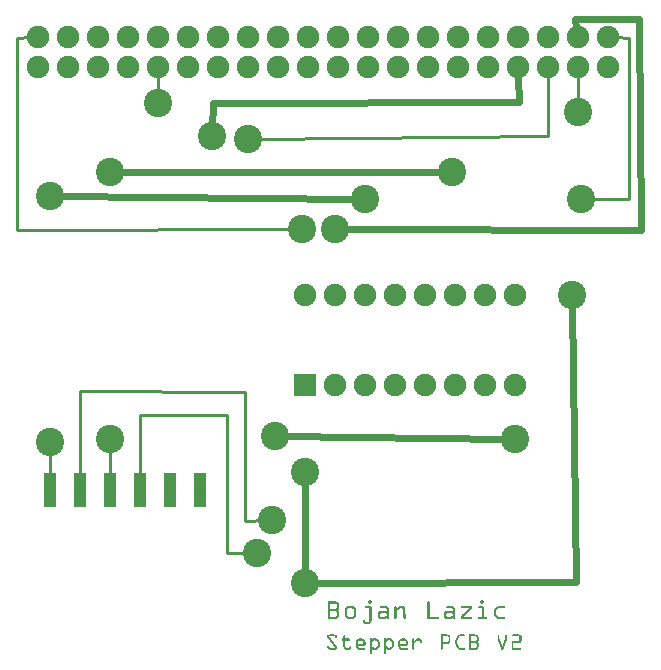
<source format=gtl>
G04 MADE WITH FRITZING*
G04 WWW.FRITZING.ORG*
G04 DOUBLE SIDED*
G04 HOLES PLATED*
G04 CONTOUR ON CENTER OF CONTOUR VECTOR*
%ASAXBY*%
%FSLAX23Y23*%
%MOIN*%
%OFA0B0*%
%SFA1.0B1.0*%
%ADD10C,0.075000*%
%ADD11C,0.094488*%
%ADD12C,0.075361*%
%ADD13R,0.075000X0.075000*%
%ADD14R,0.039370X0.118110*%
%ADD15C,0.011111*%
%ADD16C,0.024000*%
%ADD17R,0.001000X0.001000*%
%LNCOPPER1*%
G90*
G70*
G54D10*
X989Y984D03*
X989Y1284D03*
X1089Y984D03*
X1089Y1284D03*
X1189Y984D03*
X1189Y1284D03*
X1289Y984D03*
X1289Y1284D03*
X1389Y984D03*
X1389Y1284D03*
X1489Y984D03*
X1489Y1284D03*
X1589Y984D03*
X1589Y1284D03*
X1689Y984D03*
X1689Y1284D03*
G54D11*
X980Y1505D03*
X500Y1925D03*
X1910Y1605D03*
X990Y325D03*
X1900Y1895D03*
X800Y1805D03*
X1190Y1605D03*
X140Y1615D03*
X140Y795D03*
X1480Y1695D03*
X340Y1695D03*
X340Y805D03*
X880Y535D03*
X830Y425D03*
G54D12*
X100Y2045D03*
X200Y2045D03*
X300Y2045D03*
X400Y2045D03*
X500Y2045D03*
X600Y2045D03*
X700Y2045D03*
X800Y2045D03*
X900Y2045D03*
X1000Y2045D03*
X1100Y2045D03*
X1200Y2045D03*
X1300Y2045D03*
X1400Y2045D03*
X1500Y2045D03*
X1600Y2045D03*
X1700Y2045D03*
X1800Y2045D03*
X1900Y2045D03*
X2000Y2045D03*
X2000Y2145D03*
X1900Y2145D03*
X1800Y2145D03*
X1700Y2145D03*
X1600Y2145D03*
X1500Y2145D03*
X1400Y2145D03*
X1300Y2145D03*
X1200Y2145D03*
X1100Y2145D03*
X1000Y2145D03*
X900Y2145D03*
X800Y2145D03*
X700Y2145D03*
X600Y2145D03*
X500Y2145D03*
X400Y2145D03*
X300Y2145D03*
X200Y2145D03*
X100Y2145D03*
G54D11*
X1090Y1505D03*
X1690Y805D03*
X890Y815D03*
X990Y695D03*
X680Y1815D03*
X1880Y1285D03*
G54D13*
X989Y984D03*
G54D14*
X440Y635D03*
X540Y635D03*
X640Y635D03*
X340Y635D03*
X240Y635D03*
X140Y635D03*
G54D15*
X500Y2019D02*
X500Y1946D01*
D02*
X2071Y1605D02*
X1932Y1605D01*
D02*
X2071Y2143D02*
X2071Y1605D01*
D02*
X2026Y2144D02*
X2071Y2143D01*
D02*
X1900Y2019D02*
X1900Y1916D01*
D02*
X31Y2143D02*
X31Y1503D01*
D02*
X31Y1503D02*
X959Y1505D01*
D02*
X74Y2144D02*
X31Y2143D01*
G54D16*
D02*
X167Y1615D02*
X1163Y1605D01*
G54D15*
D02*
X1800Y1814D02*
X822Y1805D01*
D02*
X1800Y2019D02*
X1800Y1814D01*
D02*
X340Y689D02*
X340Y784D01*
G54D16*
D02*
X367Y1695D02*
X1453Y1695D01*
G54D15*
D02*
X140Y689D02*
X140Y774D01*
D02*
X440Y885D02*
X729Y885D01*
D02*
X729Y885D02*
X730Y425D01*
D02*
X730Y425D02*
X809Y425D01*
D02*
X440Y689D02*
X440Y885D01*
D02*
X791Y533D02*
X859Y535D01*
D02*
X788Y963D02*
X791Y533D01*
D02*
X240Y965D02*
X788Y963D01*
D02*
X240Y689D02*
X240Y965D01*
G54D16*
D02*
X2102Y2205D02*
X2111Y1503D01*
D02*
X1894Y2176D02*
X1889Y2205D01*
D02*
X1889Y2205D02*
X2102Y2205D01*
D02*
X2111Y1503D02*
X1117Y1505D01*
D02*
X917Y815D02*
X1663Y806D01*
D02*
X990Y352D02*
X990Y668D01*
D02*
X1702Y1928D02*
X1701Y2014D01*
D02*
X682Y1925D02*
X1702Y1928D01*
D02*
X681Y1842D02*
X682Y1925D01*
D02*
X1017Y325D02*
X1892Y328D01*
D02*
X1892Y328D02*
X1881Y1258D01*
G54D17*
X1202Y267D02*
X1209Y267D01*
X1577Y267D02*
X1584Y267D01*
X1201Y266D02*
X1210Y266D01*
X1576Y266D02*
X1585Y266D01*
X1201Y265D02*
X1211Y265D01*
X1575Y265D02*
X1585Y265D01*
X1067Y264D02*
X1093Y264D01*
X1200Y264D02*
X1211Y264D01*
X1400Y264D02*
X1403Y264D01*
X1575Y264D02*
X1586Y264D01*
X1067Y263D02*
X1096Y263D01*
X1200Y263D02*
X1211Y263D01*
X1399Y263D02*
X1404Y263D01*
X1575Y263D02*
X1586Y263D01*
X1067Y262D02*
X1097Y262D01*
X1200Y262D02*
X1211Y262D01*
X1398Y262D02*
X1405Y262D01*
X1575Y262D02*
X1586Y262D01*
X1067Y261D02*
X1099Y261D01*
X1200Y261D02*
X1211Y261D01*
X1398Y261D02*
X1405Y261D01*
X1575Y261D02*
X1586Y261D01*
X1067Y260D02*
X1100Y260D01*
X1200Y260D02*
X1211Y260D01*
X1398Y260D02*
X1405Y260D01*
X1575Y260D02*
X1585Y260D01*
X1067Y259D02*
X1101Y259D01*
X1201Y259D02*
X1210Y259D01*
X1398Y259D02*
X1405Y259D01*
X1575Y259D02*
X1585Y259D01*
X1067Y258D02*
X1101Y258D01*
X1202Y258D02*
X1210Y258D01*
X1398Y258D02*
X1405Y258D01*
X1576Y258D02*
X1584Y258D01*
X1067Y257D02*
X1102Y257D01*
X1203Y257D02*
X1208Y257D01*
X1398Y257D02*
X1405Y257D01*
X1578Y257D02*
X1583Y257D01*
X1067Y256D02*
X1074Y256D01*
X1093Y256D02*
X1103Y256D01*
X1398Y256D02*
X1405Y256D01*
X1067Y255D02*
X1074Y255D01*
X1095Y255D02*
X1103Y255D01*
X1398Y255D02*
X1405Y255D01*
X1067Y254D02*
X1074Y254D01*
X1096Y254D02*
X1104Y254D01*
X1398Y254D02*
X1405Y254D01*
X1067Y253D02*
X1074Y253D01*
X1097Y253D02*
X1104Y253D01*
X1398Y253D02*
X1405Y253D01*
X1067Y252D02*
X1074Y252D01*
X1097Y252D02*
X1104Y252D01*
X1398Y252D02*
X1405Y252D01*
X1067Y251D02*
X1074Y251D01*
X1097Y251D02*
X1104Y251D01*
X1398Y251D02*
X1405Y251D01*
X1067Y250D02*
X1074Y250D01*
X1098Y250D02*
X1104Y250D01*
X1398Y250D02*
X1405Y250D01*
X1067Y249D02*
X1074Y249D01*
X1098Y249D02*
X1104Y249D01*
X1398Y249D02*
X1405Y249D01*
X1067Y248D02*
X1074Y248D01*
X1098Y248D02*
X1104Y248D01*
X1134Y248D02*
X1148Y248D01*
X1191Y248D02*
X1208Y248D01*
X1243Y248D02*
X1260Y248D01*
X1290Y248D02*
X1292Y248D01*
X1307Y248D02*
X1315Y248D01*
X1398Y248D02*
X1405Y248D01*
X1463Y248D02*
X1481Y248D01*
X1513Y248D02*
X1543Y248D01*
X1570Y248D02*
X1583Y248D01*
X1634Y248D02*
X1653Y248D01*
X1067Y247D02*
X1074Y247D01*
X1098Y247D02*
X1104Y247D01*
X1131Y247D02*
X1151Y247D01*
X1190Y247D02*
X1210Y247D01*
X1241Y247D02*
X1263Y247D01*
X1289Y247D02*
X1294Y247D01*
X1304Y247D02*
X1318Y247D01*
X1398Y247D02*
X1405Y247D01*
X1462Y247D02*
X1483Y247D01*
X1511Y247D02*
X1545Y247D01*
X1569Y247D02*
X1584Y247D01*
X1632Y247D02*
X1655Y247D01*
X1067Y246D02*
X1074Y246D01*
X1098Y246D02*
X1104Y246D01*
X1130Y246D02*
X1152Y246D01*
X1189Y246D02*
X1211Y246D01*
X1241Y246D02*
X1264Y246D01*
X1288Y246D02*
X1294Y246D01*
X1302Y246D02*
X1319Y246D01*
X1398Y246D02*
X1405Y246D01*
X1461Y246D02*
X1485Y246D01*
X1511Y246D02*
X1545Y246D01*
X1568Y246D02*
X1585Y246D01*
X1630Y246D02*
X1656Y246D01*
X1067Y245D02*
X1074Y245D01*
X1098Y245D02*
X1104Y245D01*
X1129Y245D02*
X1153Y245D01*
X1189Y245D02*
X1211Y245D01*
X1240Y245D02*
X1265Y245D01*
X1288Y245D02*
X1295Y245D01*
X1301Y245D02*
X1321Y245D01*
X1398Y245D02*
X1405Y245D01*
X1461Y245D02*
X1486Y245D01*
X1510Y245D02*
X1546Y245D01*
X1568Y245D02*
X1585Y245D01*
X1628Y245D02*
X1656Y245D01*
X1067Y244D02*
X1074Y244D01*
X1097Y244D02*
X1104Y244D01*
X1127Y244D02*
X1155Y244D01*
X1189Y244D02*
X1211Y244D01*
X1240Y244D02*
X1266Y244D01*
X1288Y244D02*
X1295Y244D01*
X1299Y244D02*
X1321Y244D01*
X1398Y244D02*
X1405Y244D01*
X1461Y244D02*
X1487Y244D01*
X1510Y244D02*
X1546Y244D01*
X1567Y244D02*
X1586Y244D01*
X1627Y244D02*
X1656Y244D01*
X1067Y243D02*
X1074Y243D01*
X1097Y243D02*
X1104Y243D01*
X1126Y243D02*
X1156Y243D01*
X1189Y243D02*
X1211Y243D01*
X1241Y243D02*
X1267Y243D01*
X1288Y243D02*
X1295Y243D01*
X1298Y243D02*
X1322Y243D01*
X1398Y243D02*
X1405Y243D01*
X1461Y243D02*
X1488Y243D01*
X1511Y243D02*
X1546Y243D01*
X1568Y243D02*
X1586Y243D01*
X1626Y243D02*
X1656Y243D01*
X1067Y242D02*
X1074Y242D01*
X1096Y242D02*
X1104Y242D01*
X1125Y242D02*
X1157Y242D01*
X1190Y242D02*
X1211Y242D01*
X1241Y242D02*
X1268Y242D01*
X1288Y242D02*
X1323Y242D01*
X1398Y242D02*
X1405Y242D01*
X1462Y242D02*
X1488Y242D01*
X1511Y242D02*
X1546Y242D01*
X1568Y242D02*
X1586Y242D01*
X1625Y242D02*
X1655Y242D01*
X1067Y241D02*
X1074Y241D01*
X1095Y241D02*
X1103Y241D01*
X1125Y241D02*
X1157Y241D01*
X1191Y241D02*
X1211Y241D01*
X1242Y241D02*
X1268Y241D01*
X1288Y241D02*
X1323Y241D01*
X1398Y241D02*
X1405Y241D01*
X1463Y241D02*
X1489Y241D01*
X1512Y241D02*
X1546Y241D01*
X1570Y241D02*
X1586Y241D01*
X1624Y241D02*
X1654Y241D01*
X1067Y240D02*
X1074Y240D01*
X1094Y240D02*
X1103Y240D01*
X1124Y240D02*
X1134Y240D01*
X1148Y240D02*
X1158Y240D01*
X1204Y240D02*
X1211Y240D01*
X1260Y240D02*
X1268Y240D01*
X1288Y240D02*
X1306Y240D01*
X1315Y240D02*
X1324Y240D01*
X1398Y240D02*
X1405Y240D01*
X1481Y240D02*
X1489Y240D01*
X1536Y240D02*
X1545Y240D01*
X1579Y240D02*
X1586Y240D01*
X1623Y240D02*
X1634Y240D01*
X1067Y239D02*
X1074Y239D01*
X1092Y239D02*
X1103Y239D01*
X1124Y239D02*
X1132Y239D01*
X1150Y239D02*
X1159Y239D01*
X1204Y239D02*
X1211Y239D01*
X1261Y239D02*
X1269Y239D01*
X1288Y239D02*
X1305Y239D01*
X1316Y239D02*
X1324Y239D01*
X1398Y239D02*
X1405Y239D01*
X1482Y239D02*
X1489Y239D01*
X1535Y239D02*
X1545Y239D01*
X1579Y239D02*
X1586Y239D01*
X1622Y239D02*
X1633Y239D01*
X1067Y238D02*
X1102Y238D01*
X1123Y238D02*
X1131Y238D01*
X1151Y238D02*
X1159Y238D01*
X1204Y238D02*
X1211Y238D01*
X1262Y238D02*
X1269Y238D01*
X1288Y238D02*
X1303Y238D01*
X1317Y238D02*
X1324Y238D01*
X1398Y238D02*
X1405Y238D01*
X1482Y238D02*
X1489Y238D01*
X1534Y238D02*
X1544Y238D01*
X1579Y238D02*
X1586Y238D01*
X1621Y238D02*
X1632Y238D01*
X1067Y237D02*
X1101Y237D01*
X1123Y237D02*
X1130Y237D01*
X1152Y237D02*
X1159Y237D01*
X1204Y237D02*
X1211Y237D01*
X1262Y237D02*
X1269Y237D01*
X1288Y237D02*
X1302Y237D01*
X1317Y237D02*
X1324Y237D01*
X1398Y237D02*
X1405Y237D01*
X1483Y237D02*
X1490Y237D01*
X1533Y237D02*
X1543Y237D01*
X1579Y237D02*
X1586Y237D01*
X1620Y237D02*
X1630Y237D01*
X1067Y236D02*
X1100Y236D01*
X1123Y236D02*
X1130Y236D01*
X1152Y236D02*
X1159Y236D01*
X1204Y236D02*
X1211Y236D01*
X1262Y236D02*
X1269Y236D01*
X1288Y236D02*
X1300Y236D01*
X1317Y236D02*
X1324Y236D01*
X1398Y236D02*
X1405Y236D01*
X1483Y236D02*
X1490Y236D01*
X1532Y236D02*
X1542Y236D01*
X1579Y236D02*
X1586Y236D01*
X1620Y236D02*
X1629Y236D01*
X1067Y235D02*
X1099Y235D01*
X1123Y235D02*
X1129Y235D01*
X1153Y235D02*
X1160Y235D01*
X1204Y235D02*
X1211Y235D01*
X1262Y235D02*
X1269Y235D01*
X1288Y235D02*
X1298Y235D01*
X1317Y235D02*
X1324Y235D01*
X1398Y235D02*
X1405Y235D01*
X1483Y235D02*
X1490Y235D01*
X1531Y235D02*
X1541Y235D01*
X1579Y235D02*
X1586Y235D01*
X1619Y235D02*
X1628Y235D01*
X1067Y234D02*
X1100Y234D01*
X1122Y234D02*
X1129Y234D01*
X1153Y234D02*
X1160Y234D01*
X1204Y234D02*
X1211Y234D01*
X1262Y234D02*
X1269Y234D01*
X1288Y234D02*
X1297Y234D01*
X1317Y234D02*
X1324Y234D01*
X1398Y234D02*
X1405Y234D01*
X1483Y234D02*
X1490Y234D01*
X1530Y234D02*
X1540Y234D01*
X1579Y234D02*
X1586Y234D01*
X1619Y234D02*
X1627Y234D01*
X1067Y233D02*
X1101Y233D01*
X1122Y233D02*
X1129Y233D01*
X1153Y233D02*
X1160Y233D01*
X1204Y233D02*
X1211Y233D01*
X1262Y233D02*
X1269Y233D01*
X1288Y233D02*
X1295Y233D01*
X1317Y233D02*
X1324Y233D01*
X1398Y233D02*
X1405Y233D01*
X1483Y233D02*
X1490Y233D01*
X1529Y233D02*
X1539Y233D01*
X1579Y233D02*
X1586Y233D01*
X1619Y233D02*
X1626Y233D01*
X1067Y232D02*
X1102Y232D01*
X1122Y232D02*
X1129Y232D01*
X1153Y232D02*
X1160Y232D01*
X1204Y232D02*
X1211Y232D01*
X1244Y232D02*
X1259Y232D01*
X1262Y232D02*
X1269Y232D01*
X1288Y232D02*
X1295Y232D01*
X1317Y232D02*
X1324Y232D01*
X1398Y232D02*
X1405Y232D01*
X1464Y232D02*
X1479Y232D01*
X1483Y232D02*
X1490Y232D01*
X1528Y232D02*
X1538Y232D01*
X1579Y232D02*
X1586Y232D01*
X1619Y232D02*
X1626Y232D01*
X1067Y231D02*
X1102Y231D01*
X1122Y231D02*
X1129Y231D01*
X1153Y231D02*
X1160Y231D01*
X1204Y231D02*
X1211Y231D01*
X1239Y231D02*
X1269Y231D01*
X1288Y231D02*
X1295Y231D01*
X1318Y231D02*
X1324Y231D01*
X1398Y231D02*
X1405Y231D01*
X1460Y231D02*
X1490Y231D01*
X1527Y231D02*
X1537Y231D01*
X1579Y231D02*
X1586Y231D01*
X1619Y231D02*
X1626Y231D01*
X1067Y230D02*
X1074Y230D01*
X1093Y230D02*
X1103Y230D01*
X1122Y230D02*
X1129Y230D01*
X1153Y230D02*
X1160Y230D01*
X1204Y230D02*
X1211Y230D01*
X1238Y230D02*
X1269Y230D01*
X1288Y230D02*
X1295Y230D01*
X1318Y230D02*
X1324Y230D01*
X1398Y230D02*
X1405Y230D01*
X1458Y230D02*
X1490Y230D01*
X1526Y230D02*
X1536Y230D01*
X1579Y230D02*
X1586Y230D01*
X1619Y230D02*
X1626Y230D01*
X1067Y229D02*
X1074Y229D01*
X1095Y229D02*
X1103Y229D01*
X1122Y229D02*
X1129Y229D01*
X1153Y229D02*
X1160Y229D01*
X1204Y229D02*
X1211Y229D01*
X1236Y229D02*
X1269Y229D01*
X1288Y229D02*
X1295Y229D01*
X1318Y229D02*
X1324Y229D01*
X1398Y229D02*
X1405Y229D01*
X1457Y229D02*
X1490Y229D01*
X1525Y229D02*
X1535Y229D01*
X1579Y229D02*
X1586Y229D01*
X1619Y229D02*
X1626Y229D01*
X1067Y228D02*
X1074Y228D01*
X1096Y228D02*
X1104Y228D01*
X1122Y228D02*
X1129Y228D01*
X1153Y228D02*
X1160Y228D01*
X1204Y228D02*
X1211Y228D01*
X1236Y228D02*
X1269Y228D01*
X1288Y228D02*
X1295Y228D01*
X1318Y228D02*
X1324Y228D01*
X1398Y228D02*
X1405Y228D01*
X1456Y228D02*
X1490Y228D01*
X1524Y228D02*
X1534Y228D01*
X1579Y228D02*
X1586Y228D01*
X1619Y228D02*
X1626Y228D01*
X1067Y227D02*
X1074Y227D01*
X1097Y227D02*
X1104Y227D01*
X1122Y227D02*
X1129Y227D01*
X1153Y227D02*
X1160Y227D01*
X1204Y227D02*
X1211Y227D01*
X1235Y227D02*
X1269Y227D01*
X1288Y227D02*
X1295Y227D01*
X1318Y227D02*
X1324Y227D01*
X1398Y227D02*
X1405Y227D01*
X1455Y227D02*
X1490Y227D01*
X1522Y227D02*
X1533Y227D01*
X1579Y227D02*
X1586Y227D01*
X1619Y227D02*
X1626Y227D01*
X1067Y226D02*
X1074Y226D01*
X1097Y226D02*
X1104Y226D01*
X1122Y226D02*
X1129Y226D01*
X1153Y226D02*
X1160Y226D01*
X1204Y226D02*
X1211Y226D01*
X1234Y226D02*
X1269Y226D01*
X1288Y226D02*
X1295Y226D01*
X1318Y226D02*
X1324Y226D01*
X1398Y226D02*
X1405Y226D01*
X1455Y226D02*
X1490Y226D01*
X1521Y226D02*
X1532Y226D01*
X1579Y226D02*
X1586Y226D01*
X1619Y226D02*
X1626Y226D01*
X1067Y225D02*
X1074Y225D01*
X1097Y225D02*
X1104Y225D01*
X1122Y225D02*
X1129Y225D01*
X1153Y225D02*
X1160Y225D01*
X1204Y225D02*
X1211Y225D01*
X1234Y225D02*
X1269Y225D01*
X1288Y225D02*
X1295Y225D01*
X1318Y225D02*
X1324Y225D01*
X1398Y225D02*
X1405Y225D01*
X1454Y225D02*
X1490Y225D01*
X1520Y225D02*
X1531Y225D01*
X1579Y225D02*
X1586Y225D01*
X1619Y225D02*
X1626Y225D01*
X1067Y224D02*
X1074Y224D01*
X1098Y224D02*
X1104Y224D01*
X1122Y224D02*
X1129Y224D01*
X1153Y224D02*
X1160Y224D01*
X1204Y224D02*
X1211Y224D01*
X1233Y224D02*
X1242Y224D01*
X1260Y224D02*
X1269Y224D01*
X1288Y224D02*
X1295Y224D01*
X1318Y224D02*
X1324Y224D01*
X1398Y224D02*
X1405Y224D01*
X1454Y224D02*
X1462Y224D01*
X1481Y224D02*
X1490Y224D01*
X1519Y224D02*
X1530Y224D01*
X1579Y224D02*
X1586Y224D01*
X1619Y224D02*
X1626Y224D01*
X1067Y223D02*
X1074Y223D01*
X1098Y223D02*
X1104Y223D01*
X1122Y223D02*
X1129Y223D01*
X1153Y223D02*
X1160Y223D01*
X1204Y223D02*
X1211Y223D01*
X1233Y223D02*
X1240Y223D01*
X1262Y223D02*
X1269Y223D01*
X1288Y223D02*
X1295Y223D01*
X1318Y223D02*
X1325Y223D01*
X1398Y223D02*
X1405Y223D01*
X1454Y223D02*
X1461Y223D01*
X1482Y223D02*
X1490Y223D01*
X1518Y223D02*
X1528Y223D01*
X1579Y223D02*
X1586Y223D01*
X1619Y223D02*
X1626Y223D01*
X1067Y222D02*
X1074Y222D01*
X1098Y222D02*
X1104Y222D01*
X1122Y222D02*
X1129Y222D01*
X1153Y222D02*
X1160Y222D01*
X1204Y222D02*
X1211Y222D01*
X1233Y222D02*
X1240Y222D01*
X1262Y222D02*
X1269Y222D01*
X1288Y222D02*
X1295Y222D01*
X1318Y222D02*
X1325Y222D01*
X1398Y222D02*
X1405Y222D01*
X1453Y222D02*
X1460Y222D01*
X1483Y222D02*
X1490Y222D01*
X1517Y222D02*
X1527Y222D01*
X1579Y222D02*
X1586Y222D01*
X1619Y222D02*
X1626Y222D01*
X1067Y221D02*
X1074Y221D01*
X1098Y221D02*
X1104Y221D01*
X1122Y221D02*
X1129Y221D01*
X1153Y221D02*
X1160Y221D01*
X1204Y221D02*
X1211Y221D01*
X1233Y221D02*
X1240Y221D01*
X1263Y221D02*
X1269Y221D01*
X1288Y221D02*
X1295Y221D01*
X1318Y221D02*
X1325Y221D01*
X1398Y221D02*
X1405Y221D01*
X1453Y221D02*
X1460Y221D01*
X1483Y221D02*
X1490Y221D01*
X1516Y221D02*
X1526Y221D01*
X1579Y221D02*
X1586Y221D01*
X1619Y221D02*
X1626Y221D01*
X1067Y220D02*
X1074Y220D01*
X1098Y220D02*
X1104Y220D01*
X1122Y220D02*
X1129Y220D01*
X1153Y220D02*
X1160Y220D01*
X1204Y220D02*
X1211Y220D01*
X1233Y220D02*
X1239Y220D01*
X1263Y220D02*
X1269Y220D01*
X1288Y220D02*
X1295Y220D01*
X1318Y220D02*
X1325Y220D01*
X1398Y220D02*
X1405Y220D01*
X1453Y220D02*
X1460Y220D01*
X1483Y220D02*
X1490Y220D01*
X1515Y220D02*
X1525Y220D01*
X1579Y220D02*
X1586Y220D01*
X1619Y220D02*
X1626Y220D01*
X1067Y219D02*
X1074Y219D01*
X1098Y219D02*
X1104Y219D01*
X1122Y219D02*
X1129Y219D01*
X1153Y219D02*
X1160Y219D01*
X1204Y219D02*
X1211Y219D01*
X1233Y219D02*
X1239Y219D01*
X1263Y219D02*
X1270Y219D01*
X1288Y219D02*
X1295Y219D01*
X1318Y219D02*
X1325Y219D01*
X1398Y219D02*
X1405Y219D01*
X1453Y219D02*
X1460Y219D01*
X1483Y219D02*
X1490Y219D01*
X1514Y219D02*
X1524Y219D01*
X1579Y219D02*
X1586Y219D01*
X1619Y219D02*
X1627Y219D01*
X1067Y218D02*
X1074Y218D01*
X1097Y218D02*
X1104Y218D01*
X1123Y218D02*
X1129Y218D01*
X1153Y218D02*
X1160Y218D01*
X1204Y218D02*
X1211Y218D01*
X1233Y218D02*
X1239Y218D01*
X1263Y218D02*
X1270Y218D01*
X1288Y218D02*
X1295Y218D01*
X1318Y218D02*
X1325Y218D01*
X1398Y218D02*
X1405Y218D01*
X1453Y218D02*
X1460Y218D01*
X1483Y218D02*
X1490Y218D01*
X1513Y218D02*
X1523Y218D01*
X1579Y218D02*
X1586Y218D01*
X1620Y218D02*
X1628Y218D01*
X1067Y217D02*
X1074Y217D01*
X1097Y217D02*
X1104Y217D01*
X1123Y217D02*
X1130Y217D01*
X1152Y217D02*
X1159Y217D01*
X1204Y217D02*
X1211Y217D01*
X1233Y217D02*
X1239Y217D01*
X1262Y217D02*
X1270Y217D01*
X1288Y217D02*
X1295Y217D01*
X1318Y217D02*
X1325Y217D01*
X1398Y217D02*
X1405Y217D01*
X1453Y217D02*
X1460Y217D01*
X1483Y217D02*
X1490Y217D01*
X1512Y217D02*
X1522Y217D01*
X1579Y217D02*
X1586Y217D01*
X1620Y217D02*
X1629Y217D01*
X1067Y216D02*
X1074Y216D01*
X1096Y216D02*
X1104Y216D01*
X1123Y216D02*
X1130Y216D01*
X1152Y216D02*
X1159Y216D01*
X1204Y216D02*
X1211Y216D01*
X1233Y216D02*
X1240Y216D01*
X1260Y216D02*
X1270Y216D01*
X1288Y216D02*
X1295Y216D01*
X1318Y216D02*
X1325Y216D01*
X1398Y216D02*
X1405Y216D01*
X1453Y216D02*
X1460Y216D01*
X1481Y216D02*
X1490Y216D01*
X1511Y216D02*
X1521Y216D01*
X1579Y216D02*
X1586Y216D01*
X1620Y216D02*
X1630Y216D01*
X1067Y215D02*
X1074Y215D01*
X1095Y215D02*
X1103Y215D01*
X1123Y215D02*
X1131Y215D01*
X1151Y215D02*
X1159Y215D01*
X1204Y215D02*
X1211Y215D01*
X1233Y215D02*
X1240Y215D01*
X1259Y215D02*
X1270Y215D01*
X1288Y215D02*
X1295Y215D01*
X1318Y215D02*
X1325Y215D01*
X1398Y215D02*
X1405Y215D01*
X1453Y215D02*
X1460Y215D01*
X1479Y215D02*
X1490Y215D01*
X1510Y215D02*
X1520Y215D01*
X1579Y215D02*
X1586Y215D01*
X1621Y215D02*
X1632Y215D01*
X1067Y214D02*
X1074Y214D01*
X1094Y214D02*
X1103Y214D01*
X1123Y214D02*
X1133Y214D01*
X1149Y214D02*
X1159Y214D01*
X1204Y214D02*
X1211Y214D01*
X1233Y214D02*
X1240Y214D01*
X1257Y214D02*
X1270Y214D01*
X1288Y214D02*
X1295Y214D01*
X1318Y214D02*
X1325Y214D01*
X1398Y214D02*
X1405Y214D01*
X1454Y214D02*
X1461Y214D01*
X1478Y214D02*
X1490Y214D01*
X1509Y214D02*
X1519Y214D01*
X1579Y214D02*
X1586Y214D01*
X1622Y214D02*
X1633Y214D01*
X1067Y213D02*
X1074Y213D01*
X1093Y213D02*
X1103Y213D01*
X1124Y213D02*
X1134Y213D01*
X1148Y213D02*
X1158Y213D01*
X1204Y213D02*
X1211Y213D01*
X1233Y213D02*
X1241Y213D01*
X1255Y213D02*
X1270Y213D01*
X1288Y213D02*
X1295Y213D01*
X1318Y213D02*
X1325Y213D01*
X1398Y213D02*
X1405Y213D01*
X1454Y213D02*
X1462Y213D01*
X1476Y213D02*
X1490Y213D01*
X1509Y213D02*
X1518Y213D01*
X1579Y213D02*
X1586Y213D01*
X1623Y213D02*
X1634Y213D01*
X1067Y212D02*
X1102Y212D01*
X1124Y212D02*
X1157Y212D01*
X1204Y212D02*
X1211Y212D01*
X1234Y212D02*
X1270Y212D01*
X1288Y212D02*
X1295Y212D01*
X1318Y212D02*
X1325Y212D01*
X1398Y212D02*
X1433Y212D01*
X1454Y212D02*
X1490Y212D01*
X1509Y212D02*
X1544Y212D01*
X1569Y212D02*
X1595Y212D01*
X1624Y212D02*
X1654Y212D01*
X1067Y211D02*
X1101Y211D01*
X1125Y211D02*
X1156Y211D01*
X1204Y211D02*
X1211Y211D01*
X1234Y211D02*
X1270Y211D01*
X1288Y211D02*
X1295Y211D01*
X1318Y211D02*
X1325Y211D01*
X1398Y211D02*
X1434Y211D01*
X1455Y211D02*
X1490Y211D01*
X1509Y211D02*
X1545Y211D01*
X1568Y211D02*
X1596Y211D01*
X1625Y211D02*
X1655Y211D01*
X1067Y210D02*
X1100Y210D01*
X1126Y210D02*
X1156Y210D01*
X1204Y210D02*
X1211Y210D01*
X1235Y210D02*
X1270Y210D01*
X1288Y210D02*
X1295Y210D01*
X1318Y210D02*
X1325Y210D01*
X1398Y210D02*
X1435Y210D01*
X1455Y210D02*
X1490Y210D01*
X1509Y210D02*
X1545Y210D01*
X1568Y210D02*
X1597Y210D01*
X1627Y210D02*
X1656Y210D01*
X1067Y209D02*
X1099Y209D01*
X1127Y209D02*
X1154Y209D01*
X1204Y209D02*
X1211Y209D01*
X1235Y209D02*
X1270Y209D01*
X1288Y209D02*
X1295Y209D01*
X1318Y209D02*
X1325Y209D01*
X1398Y209D02*
X1435Y209D01*
X1456Y209D02*
X1490Y209D01*
X1509Y209D02*
X1546Y209D01*
X1567Y209D02*
X1597Y209D01*
X1628Y209D02*
X1656Y209D01*
X1067Y208D02*
X1098Y208D01*
X1129Y208D02*
X1153Y208D01*
X1204Y208D02*
X1211Y208D01*
X1236Y208D02*
X1261Y208D01*
X1263Y208D02*
X1270Y208D01*
X1288Y208D02*
X1295Y208D01*
X1318Y208D02*
X1325Y208D01*
X1398Y208D02*
X1435Y208D01*
X1457Y208D02*
X1482Y208D01*
X1484Y208D02*
X1490Y208D01*
X1509Y208D02*
X1546Y208D01*
X1568Y208D02*
X1597Y208D01*
X1629Y208D02*
X1656Y208D01*
X1067Y207D02*
X1097Y207D01*
X1130Y207D02*
X1152Y207D01*
X1204Y207D02*
X1211Y207D01*
X1237Y207D02*
X1259Y207D01*
X1264Y207D02*
X1269Y207D01*
X1288Y207D02*
X1294Y207D01*
X1319Y207D02*
X1325Y207D01*
X1398Y207D02*
X1435Y207D01*
X1458Y207D02*
X1480Y207D01*
X1484Y207D02*
X1490Y207D01*
X1509Y207D02*
X1545Y207D01*
X1568Y207D02*
X1597Y207D01*
X1630Y207D02*
X1656Y207D01*
X1067Y206D02*
X1095Y206D01*
X1132Y206D02*
X1150Y206D01*
X1204Y206D02*
X1211Y206D01*
X1239Y206D02*
X1258Y206D01*
X1264Y206D02*
X1269Y206D01*
X1289Y206D02*
X1293Y206D01*
X1319Y206D02*
X1324Y206D01*
X1398Y206D02*
X1434Y206D01*
X1460Y206D02*
X1478Y206D01*
X1485Y206D02*
X1489Y206D01*
X1510Y206D02*
X1544Y206D01*
X1569Y206D02*
X1596Y206D01*
X1632Y206D02*
X1655Y206D01*
X1067Y205D02*
X1091Y205D01*
X1135Y205D02*
X1147Y205D01*
X1204Y205D02*
X1211Y205D01*
X1242Y205D02*
X1256Y205D01*
X1266Y205D02*
X1267Y205D01*
X1291Y205D02*
X1292Y205D01*
X1321Y205D02*
X1322Y205D01*
X1398Y205D02*
X1433Y205D01*
X1463Y205D02*
X1476Y205D01*
X1486Y205D02*
X1488Y205D01*
X1511Y205D02*
X1543Y205D01*
X1570Y205D02*
X1594Y205D01*
X1635Y205D02*
X1653Y205D01*
X1204Y204D02*
X1211Y204D01*
X1204Y203D02*
X1211Y203D01*
X1183Y202D02*
X1186Y202D01*
X1204Y202D02*
X1211Y202D01*
X1182Y201D02*
X1187Y201D01*
X1204Y201D02*
X1211Y201D01*
X1182Y200D02*
X1188Y200D01*
X1204Y200D02*
X1211Y200D01*
X1181Y199D02*
X1188Y199D01*
X1204Y199D02*
X1211Y199D01*
X1181Y198D02*
X1189Y198D01*
X1204Y198D02*
X1211Y198D01*
X1182Y197D02*
X1190Y197D01*
X1202Y197D02*
X1210Y197D01*
X1182Y196D02*
X1210Y196D01*
X1182Y195D02*
X1210Y195D01*
X1183Y194D02*
X1209Y194D01*
X1184Y193D02*
X1208Y193D01*
X1185Y192D02*
X1208Y192D01*
X1186Y191D02*
X1206Y191D01*
X1187Y190D02*
X1205Y190D01*
X1190Y189D02*
X1202Y189D01*
X1072Y154D02*
X1087Y154D01*
X1443Y154D02*
X1464Y154D01*
X1507Y154D02*
X1518Y154D01*
X1538Y154D02*
X1556Y154D01*
X1682Y154D02*
X1704Y154D01*
X1068Y153D02*
X1091Y153D01*
X1443Y153D02*
X1469Y153D01*
X1503Y153D02*
X1520Y153D01*
X1537Y153D02*
X1561Y153D01*
X1633Y153D02*
X1636Y153D01*
X1659Y153D02*
X1662Y153D01*
X1680Y153D02*
X1707Y153D01*
X1067Y152D02*
X1093Y152D01*
X1443Y152D02*
X1470Y152D01*
X1501Y152D02*
X1521Y152D01*
X1537Y152D02*
X1562Y152D01*
X1632Y152D02*
X1637Y152D01*
X1658Y152D02*
X1663Y152D01*
X1679Y152D02*
X1708Y152D01*
X1066Y151D02*
X1094Y151D01*
X1120Y151D02*
X1122Y151D01*
X1443Y151D02*
X1471Y151D01*
X1500Y151D02*
X1521Y151D01*
X1537Y151D02*
X1564Y151D01*
X1632Y151D02*
X1637Y151D01*
X1658Y151D02*
X1663Y151D01*
X1679Y151D02*
X1709Y151D01*
X1065Y150D02*
X1095Y150D01*
X1119Y150D02*
X1123Y150D01*
X1443Y150D02*
X1472Y150D01*
X1499Y150D02*
X1521Y150D01*
X1537Y150D02*
X1565Y150D01*
X1632Y150D02*
X1637Y150D01*
X1658Y150D02*
X1663Y150D01*
X1679Y150D02*
X1710Y150D01*
X1065Y149D02*
X1095Y149D01*
X1118Y149D02*
X1124Y149D01*
X1443Y149D02*
X1473Y149D01*
X1498Y149D02*
X1521Y149D01*
X1537Y149D02*
X1566Y149D01*
X1632Y149D02*
X1637Y149D01*
X1658Y149D02*
X1663Y149D01*
X1679Y149D02*
X1710Y149D01*
X1065Y148D02*
X1096Y148D01*
X1118Y148D02*
X1124Y148D01*
X1443Y148D02*
X1473Y148D01*
X1498Y148D02*
X1520Y148D01*
X1537Y148D02*
X1566Y148D01*
X1632Y148D02*
X1637Y148D01*
X1658Y148D02*
X1663Y148D01*
X1680Y148D02*
X1710Y148D01*
X1064Y147D02*
X1070Y147D01*
X1089Y147D02*
X1096Y147D01*
X1118Y147D02*
X1124Y147D01*
X1443Y147D02*
X1448Y147D01*
X1467Y147D02*
X1474Y147D01*
X1497Y147D02*
X1504Y147D01*
X1537Y147D02*
X1543Y147D01*
X1559Y147D02*
X1567Y147D01*
X1632Y147D02*
X1637Y147D01*
X1658Y147D02*
X1663Y147D01*
X1705Y147D02*
X1711Y147D01*
X1064Y146D02*
X1070Y146D01*
X1090Y146D02*
X1096Y146D01*
X1118Y146D02*
X1124Y146D01*
X1443Y146D02*
X1448Y146D01*
X1468Y146D02*
X1474Y146D01*
X1497Y146D02*
X1503Y146D01*
X1537Y146D02*
X1543Y146D01*
X1560Y146D02*
X1568Y146D01*
X1632Y146D02*
X1637Y146D01*
X1658Y146D02*
X1663Y146D01*
X1705Y146D02*
X1711Y146D01*
X1065Y145D02*
X1071Y145D01*
X1090Y145D02*
X1096Y145D01*
X1118Y145D02*
X1124Y145D01*
X1443Y145D02*
X1448Y145D01*
X1468Y145D02*
X1474Y145D01*
X1496Y145D02*
X1503Y145D01*
X1537Y145D02*
X1543Y145D01*
X1561Y145D02*
X1568Y145D01*
X1632Y145D02*
X1637Y145D01*
X1658Y145D02*
X1663Y145D01*
X1705Y145D02*
X1711Y145D01*
X1065Y144D02*
X1072Y144D01*
X1091Y144D02*
X1096Y144D01*
X1118Y144D02*
X1124Y144D01*
X1443Y144D02*
X1448Y144D01*
X1469Y144D02*
X1474Y144D01*
X1496Y144D02*
X1502Y144D01*
X1537Y144D02*
X1543Y144D01*
X1562Y144D02*
X1568Y144D01*
X1632Y144D02*
X1637Y144D01*
X1658Y144D02*
X1663Y144D01*
X1705Y144D02*
X1711Y144D01*
X1065Y143D02*
X1073Y143D01*
X1091Y143D02*
X1095Y143D01*
X1118Y143D02*
X1124Y143D01*
X1443Y143D02*
X1448Y143D01*
X1469Y143D02*
X1474Y143D01*
X1495Y143D02*
X1502Y143D01*
X1537Y143D02*
X1543Y143D01*
X1563Y143D02*
X1569Y143D01*
X1632Y143D02*
X1637Y143D01*
X1658Y143D02*
X1663Y143D01*
X1705Y143D02*
X1711Y143D01*
X1066Y142D02*
X1073Y142D01*
X1093Y142D02*
X1094Y142D01*
X1118Y142D02*
X1124Y142D01*
X1443Y142D02*
X1448Y142D01*
X1469Y142D02*
X1474Y142D01*
X1495Y142D02*
X1501Y142D01*
X1537Y142D02*
X1543Y142D01*
X1563Y142D02*
X1569Y142D01*
X1632Y142D02*
X1637Y142D01*
X1658Y142D02*
X1663Y142D01*
X1705Y142D02*
X1711Y142D01*
X1067Y141D02*
X1074Y141D01*
X1118Y141D02*
X1124Y141D01*
X1208Y141D02*
X1210Y141D01*
X1219Y141D02*
X1225Y141D01*
X1255Y141D02*
X1257Y141D01*
X1266Y141D02*
X1272Y141D01*
X1443Y141D02*
X1448Y141D01*
X1469Y141D02*
X1474Y141D01*
X1494Y141D02*
X1501Y141D01*
X1537Y141D02*
X1543Y141D01*
X1563Y141D02*
X1569Y141D01*
X1632Y141D02*
X1637Y141D01*
X1658Y141D02*
X1663Y141D01*
X1705Y141D02*
X1711Y141D01*
X1067Y140D02*
X1075Y140D01*
X1114Y140D02*
X1137Y140D01*
X1170Y140D02*
X1180Y140D01*
X1207Y140D02*
X1211Y140D01*
X1217Y140D02*
X1227Y140D01*
X1254Y140D02*
X1258Y140D01*
X1264Y140D02*
X1275Y140D01*
X1312Y140D02*
X1322Y140D01*
X1351Y140D02*
X1351Y140D01*
X1364Y140D02*
X1371Y140D01*
X1443Y140D02*
X1448Y140D01*
X1469Y140D02*
X1474Y140D01*
X1494Y140D02*
X1500Y140D01*
X1537Y140D02*
X1543Y140D01*
X1563Y140D02*
X1569Y140D01*
X1632Y140D02*
X1637Y140D01*
X1658Y140D02*
X1663Y140D01*
X1705Y140D02*
X1711Y140D01*
X1068Y139D02*
X1076Y139D01*
X1113Y139D02*
X1139Y139D01*
X1167Y139D02*
X1183Y139D01*
X1206Y139D02*
X1212Y139D01*
X1215Y139D02*
X1229Y139D01*
X1254Y139D02*
X1259Y139D01*
X1263Y139D02*
X1276Y139D01*
X1308Y139D02*
X1325Y139D01*
X1349Y139D02*
X1353Y139D01*
X1362Y139D02*
X1374Y139D01*
X1443Y139D02*
X1448Y139D01*
X1469Y139D02*
X1474Y139D01*
X1493Y139D02*
X1500Y139D01*
X1537Y139D02*
X1543Y139D01*
X1563Y139D02*
X1569Y139D01*
X1632Y139D02*
X1638Y139D01*
X1657Y139D02*
X1663Y139D01*
X1705Y139D02*
X1711Y139D01*
X1069Y138D02*
X1076Y138D01*
X1112Y138D02*
X1140Y138D01*
X1165Y138D02*
X1184Y138D01*
X1206Y138D02*
X1212Y138D01*
X1214Y138D02*
X1230Y138D01*
X1253Y138D02*
X1259Y138D01*
X1262Y138D02*
X1277Y138D01*
X1307Y138D02*
X1326Y138D01*
X1348Y138D02*
X1353Y138D01*
X1361Y138D02*
X1376Y138D01*
X1443Y138D02*
X1448Y138D01*
X1469Y138D02*
X1474Y138D01*
X1493Y138D02*
X1499Y138D01*
X1537Y138D02*
X1543Y138D01*
X1563Y138D02*
X1569Y138D01*
X1632Y138D02*
X1638Y138D01*
X1657Y138D02*
X1663Y138D01*
X1705Y138D02*
X1711Y138D01*
X1070Y137D02*
X1077Y137D01*
X1112Y137D02*
X1140Y137D01*
X1164Y137D02*
X1186Y137D01*
X1206Y137D02*
X1231Y137D01*
X1253Y137D02*
X1259Y137D01*
X1261Y137D02*
X1279Y137D01*
X1306Y137D02*
X1327Y137D01*
X1348Y137D02*
X1354Y137D01*
X1359Y137D02*
X1377Y137D01*
X1443Y137D02*
X1448Y137D01*
X1469Y137D02*
X1474Y137D01*
X1492Y137D02*
X1499Y137D01*
X1537Y137D02*
X1543Y137D01*
X1563Y137D02*
X1569Y137D01*
X1632Y137D02*
X1638Y137D01*
X1656Y137D02*
X1663Y137D01*
X1705Y137D02*
X1711Y137D01*
X1071Y136D02*
X1078Y136D01*
X1112Y136D02*
X1140Y136D01*
X1163Y136D02*
X1187Y136D01*
X1206Y136D02*
X1232Y136D01*
X1253Y136D02*
X1280Y136D01*
X1305Y136D02*
X1329Y136D01*
X1348Y136D02*
X1354Y136D01*
X1358Y136D02*
X1378Y136D01*
X1443Y136D02*
X1448Y136D01*
X1469Y136D02*
X1474Y136D01*
X1492Y136D02*
X1498Y136D01*
X1537Y136D02*
X1543Y136D01*
X1563Y136D02*
X1569Y136D01*
X1633Y136D02*
X1639Y136D01*
X1656Y136D02*
X1662Y136D01*
X1705Y136D02*
X1711Y136D01*
X1071Y135D02*
X1079Y135D01*
X1112Y135D02*
X1139Y135D01*
X1162Y135D02*
X1188Y135D01*
X1206Y135D02*
X1234Y135D01*
X1253Y135D02*
X1281Y135D01*
X1304Y135D02*
X1330Y135D01*
X1348Y135D02*
X1354Y135D01*
X1357Y135D02*
X1378Y135D01*
X1443Y135D02*
X1448Y135D01*
X1469Y135D02*
X1474Y135D01*
X1491Y135D02*
X1498Y135D01*
X1537Y135D02*
X1543Y135D01*
X1562Y135D02*
X1568Y135D01*
X1633Y135D02*
X1639Y135D01*
X1656Y135D02*
X1662Y135D01*
X1705Y135D02*
X1711Y135D01*
X1072Y134D02*
X1080Y134D01*
X1113Y134D02*
X1138Y134D01*
X1161Y134D02*
X1189Y134D01*
X1206Y134D02*
X1219Y134D01*
X1225Y134D02*
X1235Y134D01*
X1253Y134D02*
X1266Y134D01*
X1273Y134D02*
X1282Y134D01*
X1303Y134D02*
X1330Y134D01*
X1348Y134D02*
X1354Y134D01*
X1356Y134D02*
X1379Y134D01*
X1443Y134D02*
X1448Y134D01*
X1469Y134D02*
X1474Y134D01*
X1491Y134D02*
X1497Y134D01*
X1537Y134D02*
X1543Y134D01*
X1561Y134D02*
X1568Y134D01*
X1633Y134D02*
X1640Y134D01*
X1655Y134D02*
X1661Y134D01*
X1705Y134D02*
X1711Y134D01*
X1073Y133D02*
X1080Y133D01*
X1118Y133D02*
X1124Y133D01*
X1160Y133D02*
X1168Y133D01*
X1181Y133D02*
X1189Y133D01*
X1206Y133D02*
X1218Y133D01*
X1227Y133D02*
X1235Y133D01*
X1253Y133D02*
X1265Y133D01*
X1274Y133D02*
X1283Y133D01*
X1302Y133D02*
X1310Y133D01*
X1323Y133D02*
X1331Y133D01*
X1348Y133D02*
X1364Y133D01*
X1372Y133D02*
X1379Y133D01*
X1443Y133D02*
X1448Y133D01*
X1469Y133D02*
X1474Y133D01*
X1491Y133D02*
X1497Y133D01*
X1537Y133D02*
X1543Y133D01*
X1560Y133D02*
X1568Y133D01*
X1634Y133D02*
X1640Y133D01*
X1655Y133D02*
X1661Y133D01*
X1705Y133D02*
X1711Y133D01*
X1074Y132D02*
X1081Y132D01*
X1118Y132D02*
X1124Y132D01*
X1160Y132D02*
X1167Y132D01*
X1183Y132D02*
X1190Y132D01*
X1206Y132D02*
X1217Y132D01*
X1228Y132D02*
X1236Y132D01*
X1253Y132D02*
X1264Y132D01*
X1275Y132D02*
X1283Y132D01*
X1302Y132D02*
X1309Y132D01*
X1324Y132D02*
X1332Y132D01*
X1348Y132D02*
X1363Y132D01*
X1373Y132D02*
X1380Y132D01*
X1443Y132D02*
X1448Y132D01*
X1469Y132D02*
X1474Y132D01*
X1490Y132D02*
X1496Y132D01*
X1537Y132D02*
X1543Y132D01*
X1558Y132D02*
X1567Y132D01*
X1634Y132D02*
X1640Y132D01*
X1654Y132D02*
X1661Y132D01*
X1705Y132D02*
X1711Y132D01*
X1074Y131D02*
X1082Y131D01*
X1118Y131D02*
X1124Y131D01*
X1159Y131D02*
X1166Y131D01*
X1184Y131D02*
X1190Y131D01*
X1206Y131D02*
X1216Y131D01*
X1229Y131D02*
X1237Y131D01*
X1253Y131D02*
X1263Y131D01*
X1276Y131D02*
X1284Y131D01*
X1301Y131D02*
X1308Y131D01*
X1325Y131D02*
X1332Y131D01*
X1348Y131D02*
X1362Y131D01*
X1374Y131D02*
X1380Y131D01*
X1443Y131D02*
X1448Y131D01*
X1468Y131D02*
X1474Y131D01*
X1490Y131D02*
X1496Y131D01*
X1537Y131D02*
X1566Y131D01*
X1635Y131D02*
X1641Y131D01*
X1654Y131D02*
X1660Y131D01*
X1683Y131D02*
X1710Y131D01*
X1075Y130D02*
X1083Y130D01*
X1118Y130D02*
X1124Y130D01*
X1159Y130D02*
X1165Y130D01*
X1184Y130D02*
X1190Y130D01*
X1206Y130D02*
X1215Y130D01*
X1230Y130D02*
X1237Y130D01*
X1253Y130D02*
X1262Y130D01*
X1277Y130D02*
X1285Y130D01*
X1301Y130D02*
X1307Y130D01*
X1326Y130D02*
X1332Y130D01*
X1348Y130D02*
X1360Y130D01*
X1374Y130D02*
X1380Y130D01*
X1443Y130D02*
X1448Y130D01*
X1468Y130D02*
X1474Y130D01*
X1490Y130D02*
X1496Y130D01*
X1537Y130D02*
X1566Y130D01*
X1635Y130D02*
X1641Y130D01*
X1654Y130D02*
X1660Y130D01*
X1681Y130D02*
X1710Y130D01*
X1076Y129D02*
X1083Y129D01*
X1118Y129D02*
X1124Y129D01*
X1159Y129D02*
X1165Y129D01*
X1185Y129D02*
X1191Y129D01*
X1206Y129D02*
X1214Y129D01*
X1231Y129D02*
X1238Y129D01*
X1253Y129D02*
X1261Y129D01*
X1278Y129D02*
X1285Y129D01*
X1301Y129D02*
X1307Y129D01*
X1327Y129D02*
X1332Y129D01*
X1348Y129D02*
X1359Y129D01*
X1374Y129D02*
X1380Y129D01*
X1443Y129D02*
X1449Y129D01*
X1465Y129D02*
X1474Y129D01*
X1490Y129D02*
X1495Y129D01*
X1537Y129D02*
X1565Y129D01*
X1635Y129D02*
X1642Y129D01*
X1653Y129D02*
X1659Y129D01*
X1680Y129D02*
X1710Y129D01*
X1077Y128D02*
X1084Y128D01*
X1118Y128D02*
X1124Y128D01*
X1159Y128D02*
X1165Y128D01*
X1185Y128D02*
X1191Y128D01*
X1206Y128D02*
X1213Y128D01*
X1232Y128D02*
X1238Y128D01*
X1253Y128D02*
X1260Y128D01*
X1279Y128D02*
X1285Y128D01*
X1301Y128D02*
X1306Y128D01*
X1327Y128D02*
X1332Y128D01*
X1348Y128D02*
X1358Y128D01*
X1374Y128D02*
X1380Y128D01*
X1443Y128D02*
X1473Y128D01*
X1490Y128D02*
X1495Y128D01*
X1537Y128D02*
X1565Y128D01*
X1636Y128D02*
X1642Y128D01*
X1653Y128D02*
X1659Y128D01*
X1680Y128D02*
X1709Y128D01*
X1077Y127D02*
X1085Y127D01*
X1118Y127D02*
X1124Y127D01*
X1159Y127D02*
X1165Y127D01*
X1185Y127D02*
X1191Y127D01*
X1206Y127D02*
X1212Y127D01*
X1232Y127D02*
X1238Y127D01*
X1253Y127D02*
X1259Y127D01*
X1279Y127D02*
X1285Y127D01*
X1301Y127D02*
X1306Y127D01*
X1327Y127D02*
X1332Y127D01*
X1348Y127D02*
X1357Y127D01*
X1374Y127D02*
X1379Y127D01*
X1443Y127D02*
X1473Y127D01*
X1490Y127D02*
X1496Y127D01*
X1537Y127D02*
X1565Y127D01*
X1636Y127D02*
X1642Y127D01*
X1652Y127D02*
X1659Y127D01*
X1679Y127D02*
X1708Y127D01*
X1078Y126D02*
X1086Y126D01*
X1118Y126D02*
X1124Y126D01*
X1159Y126D02*
X1165Y126D01*
X1185Y126D02*
X1191Y126D01*
X1206Y126D02*
X1212Y126D01*
X1232Y126D02*
X1238Y126D01*
X1253Y126D02*
X1259Y126D01*
X1280Y126D02*
X1285Y126D01*
X1301Y126D02*
X1306Y126D01*
X1327Y126D02*
X1332Y126D01*
X1348Y126D02*
X1356Y126D01*
X1375Y126D02*
X1379Y126D01*
X1443Y126D02*
X1472Y126D01*
X1490Y126D02*
X1496Y126D01*
X1537Y126D02*
X1566Y126D01*
X1637Y126D02*
X1643Y126D01*
X1652Y126D02*
X1658Y126D01*
X1679Y126D02*
X1707Y126D01*
X1079Y125D02*
X1087Y125D01*
X1118Y125D02*
X1124Y125D01*
X1159Y125D02*
X1165Y125D01*
X1185Y125D02*
X1191Y125D01*
X1206Y125D02*
X1212Y125D01*
X1232Y125D02*
X1238Y125D01*
X1253Y125D02*
X1259Y125D01*
X1280Y125D02*
X1285Y125D01*
X1301Y125D02*
X1306Y125D01*
X1327Y125D02*
X1332Y125D01*
X1348Y125D02*
X1355Y125D01*
X1443Y125D02*
X1471Y125D01*
X1490Y125D02*
X1496Y125D01*
X1537Y125D02*
X1543Y125D01*
X1558Y125D02*
X1567Y125D01*
X1637Y125D02*
X1643Y125D01*
X1652Y125D02*
X1658Y125D01*
X1679Y125D02*
X1685Y125D01*
X1080Y124D02*
X1087Y124D01*
X1118Y124D02*
X1124Y124D01*
X1159Y124D02*
X1165Y124D01*
X1185Y124D02*
X1191Y124D01*
X1206Y124D02*
X1212Y124D01*
X1232Y124D02*
X1238Y124D01*
X1253Y124D02*
X1259Y124D01*
X1280Y124D02*
X1285Y124D01*
X1301Y124D02*
X1306Y124D01*
X1327Y124D02*
X1332Y124D01*
X1348Y124D02*
X1354Y124D01*
X1443Y124D02*
X1470Y124D01*
X1491Y124D02*
X1497Y124D01*
X1537Y124D02*
X1543Y124D01*
X1560Y124D02*
X1568Y124D01*
X1637Y124D02*
X1644Y124D01*
X1651Y124D02*
X1657Y124D01*
X1679Y124D02*
X1684Y124D01*
X1081Y123D02*
X1088Y123D01*
X1118Y123D02*
X1124Y123D01*
X1159Y123D02*
X1191Y123D01*
X1206Y123D02*
X1212Y123D01*
X1232Y123D02*
X1238Y123D01*
X1253Y123D02*
X1259Y123D01*
X1280Y123D02*
X1285Y123D01*
X1301Y123D02*
X1332Y123D01*
X1348Y123D02*
X1354Y123D01*
X1443Y123D02*
X1468Y123D01*
X1491Y123D02*
X1497Y123D01*
X1537Y123D02*
X1543Y123D01*
X1561Y123D02*
X1568Y123D01*
X1638Y123D02*
X1644Y123D01*
X1651Y123D02*
X1657Y123D01*
X1679Y123D02*
X1684Y123D01*
X1081Y122D02*
X1089Y122D01*
X1118Y122D02*
X1124Y122D01*
X1159Y122D02*
X1191Y122D01*
X1206Y122D02*
X1212Y122D01*
X1232Y122D02*
X1238Y122D01*
X1253Y122D02*
X1259Y122D01*
X1280Y122D02*
X1285Y122D01*
X1301Y122D02*
X1332Y122D01*
X1348Y122D02*
X1354Y122D01*
X1443Y122D02*
X1448Y122D01*
X1491Y122D02*
X1498Y122D01*
X1537Y122D02*
X1543Y122D01*
X1562Y122D02*
X1568Y122D01*
X1638Y122D02*
X1644Y122D01*
X1651Y122D02*
X1657Y122D01*
X1679Y122D02*
X1684Y122D01*
X1082Y121D02*
X1090Y121D01*
X1118Y121D02*
X1124Y121D01*
X1159Y121D02*
X1191Y121D01*
X1206Y121D02*
X1212Y121D01*
X1232Y121D02*
X1238Y121D01*
X1253Y121D02*
X1259Y121D01*
X1280Y121D02*
X1285Y121D01*
X1301Y121D02*
X1332Y121D01*
X1348Y121D02*
X1354Y121D01*
X1443Y121D02*
X1448Y121D01*
X1492Y121D02*
X1498Y121D01*
X1537Y121D02*
X1543Y121D01*
X1563Y121D02*
X1568Y121D01*
X1639Y121D02*
X1645Y121D01*
X1650Y121D02*
X1656Y121D01*
X1679Y121D02*
X1684Y121D01*
X1083Y120D02*
X1090Y120D01*
X1118Y120D02*
X1124Y120D01*
X1159Y120D02*
X1191Y120D01*
X1206Y120D02*
X1212Y120D01*
X1232Y120D02*
X1238Y120D01*
X1253Y120D02*
X1259Y120D01*
X1280Y120D02*
X1285Y120D01*
X1301Y120D02*
X1332Y120D01*
X1348Y120D02*
X1354Y120D01*
X1443Y120D02*
X1448Y120D01*
X1492Y120D02*
X1499Y120D01*
X1537Y120D02*
X1543Y120D01*
X1563Y120D02*
X1569Y120D01*
X1639Y120D02*
X1645Y120D01*
X1650Y120D02*
X1656Y120D01*
X1679Y120D02*
X1684Y120D01*
X1084Y119D02*
X1091Y119D01*
X1118Y119D02*
X1124Y119D01*
X1159Y119D02*
X1190Y119D01*
X1206Y119D02*
X1212Y119D01*
X1232Y119D02*
X1238Y119D01*
X1253Y119D02*
X1259Y119D01*
X1280Y119D02*
X1285Y119D01*
X1301Y119D02*
X1332Y119D01*
X1348Y119D02*
X1354Y119D01*
X1443Y119D02*
X1448Y119D01*
X1493Y119D02*
X1499Y119D01*
X1537Y119D02*
X1543Y119D01*
X1563Y119D02*
X1569Y119D01*
X1639Y119D02*
X1645Y119D01*
X1649Y119D02*
X1655Y119D01*
X1679Y119D02*
X1684Y119D01*
X1084Y118D02*
X1092Y118D01*
X1118Y118D02*
X1124Y118D01*
X1159Y118D02*
X1190Y118D01*
X1206Y118D02*
X1212Y118D01*
X1232Y118D02*
X1238Y118D01*
X1253Y118D02*
X1259Y118D01*
X1280Y118D02*
X1285Y118D01*
X1301Y118D02*
X1332Y118D01*
X1348Y118D02*
X1354Y118D01*
X1443Y118D02*
X1448Y118D01*
X1493Y118D02*
X1500Y118D01*
X1537Y118D02*
X1543Y118D01*
X1563Y118D02*
X1569Y118D01*
X1640Y118D02*
X1646Y118D01*
X1649Y118D02*
X1655Y118D01*
X1679Y118D02*
X1684Y118D01*
X1085Y117D02*
X1093Y117D01*
X1118Y117D02*
X1124Y117D01*
X1159Y117D02*
X1188Y117D01*
X1206Y117D02*
X1212Y117D01*
X1232Y117D02*
X1238Y117D01*
X1253Y117D02*
X1259Y117D01*
X1280Y117D02*
X1285Y117D01*
X1301Y117D02*
X1330Y117D01*
X1348Y117D02*
X1354Y117D01*
X1443Y117D02*
X1448Y117D01*
X1494Y117D02*
X1500Y117D01*
X1537Y117D02*
X1543Y117D01*
X1563Y117D02*
X1569Y117D01*
X1640Y117D02*
X1646Y117D01*
X1649Y117D02*
X1655Y117D01*
X1679Y117D02*
X1684Y117D01*
X1086Y116D02*
X1094Y116D01*
X1118Y116D02*
X1124Y116D01*
X1159Y116D02*
X1165Y116D01*
X1206Y116D02*
X1212Y116D01*
X1232Y116D02*
X1238Y116D01*
X1253Y116D02*
X1259Y116D01*
X1279Y116D02*
X1285Y116D01*
X1301Y116D02*
X1306Y116D01*
X1348Y116D02*
X1354Y116D01*
X1443Y116D02*
X1448Y116D01*
X1494Y116D02*
X1501Y116D01*
X1537Y116D02*
X1543Y116D01*
X1563Y116D02*
X1569Y116D01*
X1640Y116D02*
X1654Y116D01*
X1679Y116D02*
X1684Y116D01*
X1087Y115D02*
X1094Y115D01*
X1118Y115D02*
X1124Y115D01*
X1159Y115D02*
X1165Y115D01*
X1206Y115D02*
X1213Y115D01*
X1232Y115D02*
X1238Y115D01*
X1253Y115D02*
X1260Y115D01*
X1279Y115D02*
X1285Y115D01*
X1301Y115D02*
X1306Y115D01*
X1348Y115D02*
X1354Y115D01*
X1443Y115D02*
X1448Y115D01*
X1495Y115D02*
X1501Y115D01*
X1537Y115D02*
X1543Y115D01*
X1563Y115D02*
X1569Y115D01*
X1641Y115D02*
X1654Y115D01*
X1679Y115D02*
X1684Y115D01*
X1065Y114D02*
X1069Y114D01*
X1088Y114D02*
X1095Y114D01*
X1118Y114D02*
X1124Y114D01*
X1139Y114D02*
X1142Y114D01*
X1159Y114D02*
X1165Y114D01*
X1206Y114D02*
X1214Y114D01*
X1231Y114D02*
X1238Y114D01*
X1253Y114D02*
X1261Y114D01*
X1279Y114D02*
X1285Y114D01*
X1301Y114D02*
X1307Y114D01*
X1348Y114D02*
X1354Y114D01*
X1443Y114D02*
X1448Y114D01*
X1495Y114D02*
X1502Y114D01*
X1537Y114D02*
X1543Y114D01*
X1563Y114D02*
X1569Y114D01*
X1641Y114D02*
X1654Y114D01*
X1679Y114D02*
X1684Y114D01*
X1065Y113D02*
X1070Y113D01*
X1088Y113D02*
X1096Y113D01*
X1118Y113D02*
X1124Y113D01*
X1138Y113D02*
X1143Y113D01*
X1159Y113D02*
X1165Y113D01*
X1206Y113D02*
X1215Y113D01*
X1230Y113D02*
X1237Y113D01*
X1253Y113D02*
X1262Y113D01*
X1278Y113D02*
X1285Y113D01*
X1301Y113D02*
X1307Y113D01*
X1348Y113D02*
X1354Y113D01*
X1443Y113D02*
X1448Y113D01*
X1496Y113D02*
X1502Y113D01*
X1537Y113D02*
X1543Y113D01*
X1562Y113D02*
X1568Y113D01*
X1642Y113D02*
X1653Y113D01*
X1679Y113D02*
X1684Y113D01*
X1064Y112D02*
X1070Y112D01*
X1089Y112D02*
X1096Y112D01*
X1118Y112D02*
X1124Y112D01*
X1138Y112D02*
X1143Y112D01*
X1159Y112D02*
X1166Y112D01*
X1206Y112D02*
X1216Y112D01*
X1229Y112D02*
X1237Y112D01*
X1253Y112D02*
X1263Y112D01*
X1276Y112D02*
X1284Y112D01*
X1301Y112D02*
X1308Y112D01*
X1348Y112D02*
X1354Y112D01*
X1443Y112D02*
X1448Y112D01*
X1496Y112D02*
X1503Y112D01*
X1537Y112D02*
X1543Y112D01*
X1562Y112D02*
X1568Y112D01*
X1642Y112D02*
X1653Y112D01*
X1679Y112D02*
X1684Y112D01*
X1064Y111D02*
X1070Y111D01*
X1090Y111D02*
X1096Y111D01*
X1118Y111D02*
X1124Y111D01*
X1137Y111D02*
X1143Y111D01*
X1160Y111D02*
X1167Y111D01*
X1206Y111D02*
X1217Y111D01*
X1228Y111D02*
X1236Y111D01*
X1253Y111D02*
X1264Y111D01*
X1275Y111D02*
X1284Y111D01*
X1301Y111D02*
X1309Y111D01*
X1348Y111D02*
X1354Y111D01*
X1443Y111D02*
X1448Y111D01*
X1497Y111D02*
X1503Y111D01*
X1537Y111D02*
X1543Y111D01*
X1561Y111D02*
X1568Y111D01*
X1642Y111D02*
X1652Y111D01*
X1679Y111D02*
X1684Y111D01*
X1065Y110D02*
X1071Y110D01*
X1090Y110D02*
X1096Y110D01*
X1119Y110D02*
X1125Y110D01*
X1136Y110D02*
X1143Y110D01*
X1160Y110D02*
X1168Y110D01*
X1206Y110D02*
X1218Y110D01*
X1227Y110D02*
X1236Y110D01*
X1253Y110D02*
X1265Y110D01*
X1274Y110D02*
X1283Y110D01*
X1302Y110D02*
X1310Y110D01*
X1348Y110D02*
X1354Y110D01*
X1443Y110D02*
X1448Y110D01*
X1497Y110D02*
X1504Y110D01*
X1537Y110D02*
X1543Y110D01*
X1559Y110D02*
X1567Y110D01*
X1643Y110D02*
X1652Y110D01*
X1679Y110D02*
X1684Y110D01*
X1065Y109D02*
X1096Y109D01*
X1119Y109D02*
X1143Y109D01*
X1161Y109D02*
X1189Y109D01*
X1206Y109D02*
X1219Y109D01*
X1226Y109D02*
X1235Y109D01*
X1253Y109D02*
X1266Y109D01*
X1273Y109D02*
X1282Y109D01*
X1302Y109D02*
X1331Y109D01*
X1348Y109D02*
X1354Y109D01*
X1443Y109D02*
X1448Y109D01*
X1498Y109D02*
X1520Y109D01*
X1537Y109D02*
X1567Y109D01*
X1643Y109D02*
X1652Y109D01*
X1679Y109D02*
X1709Y109D01*
X1065Y108D02*
X1096Y108D01*
X1119Y108D02*
X1142Y108D01*
X1162Y108D02*
X1190Y108D01*
X1206Y108D02*
X1234Y108D01*
X1253Y108D02*
X1281Y108D01*
X1303Y108D02*
X1332Y108D01*
X1348Y108D02*
X1354Y108D01*
X1443Y108D02*
X1448Y108D01*
X1498Y108D02*
X1521Y108D01*
X1537Y108D02*
X1566Y108D01*
X1644Y108D02*
X1651Y108D01*
X1679Y108D02*
X1710Y108D01*
X1066Y107D02*
X1095Y107D01*
X1120Y107D02*
X1141Y107D01*
X1163Y107D02*
X1190Y107D01*
X1206Y107D02*
X1232Y107D01*
X1253Y107D02*
X1280Y107D01*
X1304Y107D02*
X1332Y107D01*
X1348Y107D02*
X1354Y107D01*
X1443Y107D02*
X1448Y107D01*
X1499Y107D02*
X1521Y107D01*
X1537Y107D02*
X1565Y107D01*
X1644Y107D02*
X1651Y107D01*
X1679Y107D02*
X1710Y107D01*
X1067Y106D02*
X1095Y106D01*
X1121Y106D02*
X1141Y106D01*
X1164Y106D02*
X1191Y106D01*
X1206Y106D02*
X1231Y106D01*
X1253Y106D02*
X1279Y106D01*
X1305Y106D02*
X1332Y106D01*
X1348Y106D02*
X1354Y106D01*
X1443Y106D02*
X1448Y106D01*
X1500Y106D02*
X1521Y106D01*
X1537Y106D02*
X1564Y106D01*
X1644Y106D02*
X1650Y106D01*
X1679Y106D02*
X1710Y106D01*
X1068Y105D02*
X1094Y105D01*
X1122Y105D02*
X1140Y105D01*
X1165Y105D02*
X1190Y105D01*
X1206Y105D02*
X1212Y105D01*
X1214Y105D02*
X1230Y105D01*
X1253Y105D02*
X1259Y105D01*
X1261Y105D02*
X1277Y105D01*
X1307Y105D02*
X1332Y105D01*
X1348Y105D02*
X1353Y105D01*
X1443Y105D02*
X1448Y105D01*
X1501Y105D02*
X1521Y105D01*
X1537Y105D02*
X1563Y105D01*
X1645Y105D02*
X1650Y105D01*
X1679Y105D02*
X1710Y105D01*
X1069Y104D02*
X1093Y104D01*
X1123Y104D02*
X1138Y104D01*
X1166Y104D02*
X1190Y104D01*
X1206Y104D02*
X1212Y104D01*
X1215Y104D02*
X1229Y104D01*
X1253Y104D02*
X1259Y104D01*
X1262Y104D02*
X1276Y104D01*
X1308Y104D02*
X1332Y104D01*
X1349Y104D02*
X1353Y104D01*
X1443Y104D02*
X1447Y104D01*
X1502Y104D02*
X1521Y104D01*
X1537Y104D02*
X1561Y104D01*
X1645Y104D02*
X1649Y104D01*
X1679Y104D02*
X1710Y104D01*
X1071Y103D02*
X1090Y103D01*
X1126Y103D02*
X1135Y103D01*
X1169Y103D02*
X1188Y103D01*
X1206Y103D02*
X1212Y103D01*
X1217Y103D02*
X1228Y103D01*
X1253Y103D02*
X1259Y103D01*
X1264Y103D02*
X1275Y103D01*
X1311Y103D02*
X1330Y103D01*
X1350Y103D02*
X1351Y103D01*
X1445Y103D02*
X1446Y103D01*
X1506Y103D02*
X1519Y103D01*
X1537Y103D02*
X1558Y103D01*
X1647Y103D02*
X1648Y103D01*
X1679Y103D02*
X1708Y103D01*
X1206Y102D02*
X1212Y102D01*
X1219Y102D02*
X1226Y102D01*
X1253Y102D02*
X1259Y102D01*
X1266Y102D02*
X1273Y102D01*
X1206Y101D02*
X1212Y101D01*
X1253Y101D02*
X1259Y101D01*
X1206Y100D02*
X1212Y100D01*
X1253Y100D02*
X1259Y100D01*
X1206Y99D02*
X1212Y99D01*
X1253Y99D02*
X1259Y99D01*
X1206Y98D02*
X1212Y98D01*
X1253Y98D02*
X1259Y98D01*
X1206Y97D02*
X1212Y97D01*
X1253Y97D02*
X1259Y97D01*
X1206Y96D02*
X1212Y96D01*
X1253Y96D02*
X1259Y96D01*
X1206Y95D02*
X1212Y95D01*
X1253Y95D02*
X1259Y95D01*
X1206Y94D02*
X1212Y94D01*
X1253Y94D02*
X1259Y94D01*
X1206Y93D02*
X1212Y93D01*
X1253Y93D02*
X1259Y93D01*
X1206Y92D02*
X1212Y92D01*
X1253Y92D02*
X1259Y92D01*
X1206Y91D02*
X1212Y91D01*
X1254Y91D02*
X1259Y91D01*
X1207Y90D02*
X1211Y90D01*
X1254Y90D02*
X1258Y90D01*
X1209Y89D02*
X1209Y89D01*
X1256Y89D02*
X1256Y89D01*
D02*
G04 End of Copper1*
M02*
</source>
